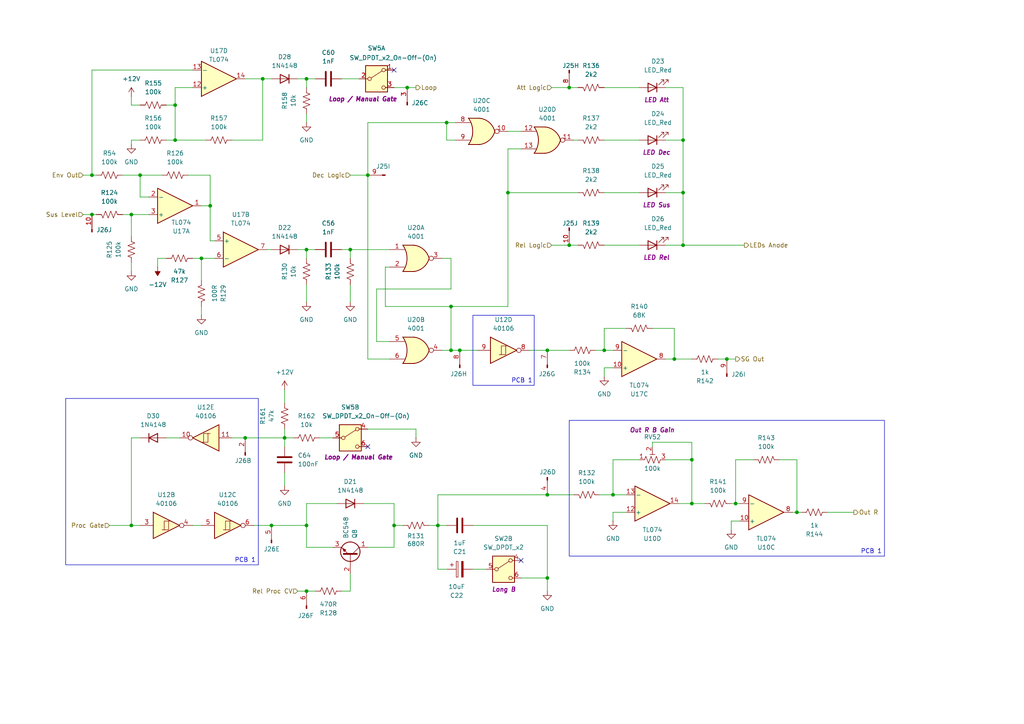
<source format=kicad_sch>
(kicad_sch (version 20250114) (generator "eeschema") (generator_version "9.0")
  (paper "A4")
  (title_block (comment 1 "PCB for 15cm Kosmo format synthesizer module"))
  (lib_symbols
    (symbol "4xxx:4001" (pin_names (offset 1.016))
      (property "Reference" "U" (at 0 1.27 0))
      (property "Value" "4001" (at 0 -1.27 0))
      (symbol "4001_1_1"
        (pin input line (at -7.62 2.54 0) (length 4.318) (name "~") (number "1"))
        (pin input line (at -7.62 -2.54 0) (length 4.318) (name "~") (number "2"))
        (pin output inverted (at 7.62 0 180) (length 3.81) (name "~") (number "3"))
      )
      (symbol "4001_1_2"
        (pin input inverted (at -7.62 2.54 0) (length 3.81) (name "~") (number "1"))
        (pin input inverted (at -7.62 -2.54 0) (length 3.81) (name "~") (number "2"))
        (pin output line (at 7.62 0 180) (length 3.81) (name "~") (number "3"))
      )
      (symbol "4001_2_1"
        (pin input line (at -7.62 2.54 0) (length 4.318) (name "~") (number "5"))
        (pin input line (at -7.62 -2.54 0) (length 4.318) (name "~") (number "6"))
        (pin output inverted (at 7.62 0 180) (length 3.81) (name "~") (number "4"))
      )
      (symbol "4001_2_2"
        (pin input inverted (at -7.62 2.54 0) (length 3.81) (name "~") (number "5"))
        (pin input inverted (at -7.62 -2.54 0) (length 3.81) (name "~") (number "6"))
        (pin output line (at 7.62 0 180) (length 3.81) (name "~") (number "4"))
      )
      (symbol "4001_3_1"
        (pin input line (at -7.62 2.54 0) (length 4.318) (name "~") (number "8"))
        (pin input line (at -7.62 -2.54 0) (length 4.318) (name "~") (number "9"))
        (pin output inverted (at 7.62 0 180) (length 3.81) (name "~") (number "10"))
      )
      (symbol "4001_3_2"
        (pin input inverted (at -7.62 2.54 0) (length 3.81) (name "~") (number "8"))
        (pin input inverted (at -7.62 -2.54 0) (length 3.81) (name "~") (number "9"))
        (pin output line (at 7.62 0 180) (length 3.81) (name "~") (number "10"))
      )
      (symbol "4001_4_1"
        (pin input line (at -7.62 2.54 0) (length 4.318) (name "~") (number "12"))
        (pin input line (at -7.62 -2.54 0) (length 4.318) (name "~") (number "13"))
        (pin output inverted (at 7.62 0 180) (length 3.81) (name "~") (number "11"))
      )
      (symbol "4001_4_2"
        (pin input inverted (at -7.62 2.54 0) (length 3.81) (name "~") (number "12"))
        (pin input inverted (at -7.62 -2.54 0) (length 3.81) (name "~") (number "13"))
        (pin output line (at 7.62 0 180) (length 3.81) (name "~") (number "11"))
      )
      (symbol "4001_5_0"
        (pin power_in line (at 0 12.7 270) (length 5.08) (name "VDD") (number "14"))
        (pin power_in line (at 0 -12.7 90) (length 5.08) (name "VSS") (number "7"))
      )
    )
    (symbol "4xxx:40106" (pin_names (offset 1.016))
      (property "Reference" "U" (at 0 1.27 0))
      (property "Value" "40106" (at 0 -1.27 0))
      (symbol "40106_1_0"
        (pin input line (at -7.62 0 0) (length 3.81) (name "~") (number "1"))
        (pin output inverted (at 7.62 0 180) (length 3.81) (name "~") (number "2"))
      )
      (symbol "40106_2_0"
        (pin input line (at -7.62 0 0) (length 3.81) (name "~") (number "3"))
        (pin output inverted (at 7.62 0 180) (length 3.81) (name "~") (number "4"))
      )
      (symbol "40106_3_0"
        (pin input line (at -7.62 0 0) (length 3.81) (name "~") (number "5"))
        (pin output inverted (at 7.62 0 180) (length 3.81) (name "~") (number "6"))
      )
      (symbol "40106_4_0"
        (pin input line (at -7.62 0 0) (length 3.81) (name "~") (number "9"))
        (pin output inverted (at 7.62 0 180) (length 3.81) (name "~") (number "8"))
      )
      (symbol "40106_5_0"
        (pin input line (at -7.62 0 0) (length 3.81) (name "~") (number "11"))
        (pin output inverted (at 7.62 0 180) (length 3.81) (name "~") (number "10"))
      )
      (symbol "40106_6_0"
        (pin input line (at -7.62 0 0) (length 3.81) (name "~") (number "13"))
        (pin output inverted (at 7.62 0 180) (length 3.81) (name "~") (number "12"))
      )
      (symbol "40106_7_0"
        (pin power_in line (at 0 12.7 270) (length 5.08) (name "VDD") (number "14"))
        (pin power_in line (at 0 -12.7 90) (length 5.08) (name "VSS") (number "7"))
      )
    )
    (symbol "Amplifier_Operational:TL074" (pin_names (offset 0.127))
      (property "Reference" "U" (at 0 5.08 0))
      (property "Value" "TL074" (at 0 -5.08 0))
      (symbol "TL074_1_1"
        (pin input line (at -7.62 2.54 0) (length 2.54) (name "+") (number "3"))
        (pin input line (at -7.62 -2.54 0) (length 2.54) (name "-") (number "2"))
        (pin output line (at 7.62 0 180) (length 2.54) (name "~") (number "1"))
      )
      (symbol "TL074_2_1"
        (pin input line (at -7.62 2.54 0) (length 2.54) (name "+") (number "5"))
        (pin input line (at -7.62 -2.54 0) (length 2.54) (name "-") (number "6"))
        (pin output line (at 7.62 0 180) (length 2.54) (name "~") (number "7"))
      )
      (symbol "TL074_3_1"
        (pin input line (at -7.62 2.54 0) (length 2.54) (name "+") (number "10"))
        (pin input line (at -7.62 -2.54 0) (length 2.54) (name "-") (number "9"))
        (pin output line (at 7.62 0 180) (length 2.54) (name "~") (number "8"))
      )
      (symbol "TL074_4_1"
        (pin input line (at -7.62 2.54 0) (length 2.54) (name "+") (number "12"))
        (pin input line (at -7.62 -2.54 0) (length 2.54) (name "-") (number "13"))
        (pin output line (at 7.62 0 180) (length 2.54) (name "~") (number "14"))
      )
      (symbol "TL074_5_1"
        (pin power_in line (at -2.54 7.62 270) (length 3.81) (name "V+") (number "4"))
        (pin power_in line (at -2.54 -7.62 90) (length 3.81) (name "V-") (number "11"))
      )
    )
    (symbol "Device:C" (pin_numbers (hide yes)) (pin_names (offset 0.254))
      (property "Reference" "C" (at 0.635 2.54 0))
      (property "Value" "C" (at 0.635 -2.54 0))
      (symbol "C_1_1"
        (pin passive line (at 0 3.81 270) (length 2.794) (name "~") (number "1"))
        (pin passive line (at 0 -3.81 90) (length 2.794) (name "~") (number "2"))
      )
    )
    (symbol "Device:C_Polarized" (pin_numbers (hide yes)) (pin_names (offset 0.254))
      (property "Reference" "C" (at 0.635 2.54 0))
      (property "Value" "C_Polarized" (at 0.635 -2.54 0))
      (symbol "C_Polarized_1_1"
        (pin passive line (at 0 3.81 270) (length 2.794) (name "~") (number "1"))
        (pin passive line (at 0 -3.81 90) (length 2.794) (name "~") (number "2"))
      )
    )
    (symbol "Device:LED" (pin_numbers (hide yes)) (pin_names (offset 1.016) (hide yes))
      (property "Reference" "D" (at 0 2.54 0))
      (property "Value" "LED" (at 0 -2.54 0))
      (symbol "LED_1_1"
        (pin passive line (at -3.81 0 0) (length 2.54) (name "K") (number "1"))
        (pin passive line (at 3.81 0 180) (length 2.54) (name "A") (number "2"))
      )
    )
    (symbol "Device:R_Potentiometer_Trim_US" (pin_names (offset 1.016) (hide yes))
      (property "Reference" "RV" (at -4.445 0 90))
      (property "Value" "R_Potentiometer_Trim_US" (at -2.54 0 90))
      (symbol "R_Potentiometer_Trim_US_1_1"
        (pin passive line (at 0 3.81 270) (length 1.27) (name "1") (number "1"))
        (pin passive line (at 0 -3.81 90) (length 1.27) (name "3") (number "3"))
        (pin passive line (at 3.81 0 180) (length 1.27) (name "2") (number "2"))
      )
    )
    (symbol "Device:R_US" (pin_numbers (hide yes)) (pin_names (offset 0))
      (property "Reference" "R" (at 2.54 0 90))
      (property "Value" "R_US" (at -2.54 0 90))
      (symbol "R_US_1_1"
        (pin passive line (at 0 3.81 270) (length 1.27) (name "~") (number "1"))
        (pin passive line (at 0 -3.81 90) (length 1.27) (name "~") (number "2"))
      )
    )
    (symbol "Diode:1N4148" (pin_numbers (hide yes)) (pin_names (hide yes))
      (property "Reference" "D" (at 0 2.54 0))
      (property "Value" "1N4148" (at 0 -2.54 0))
      (symbol "1N4148_1_1"
        (pin passive line (at -3.81 0 0) (length 2.54) (name "K") (number "1"))
        (pin passive line (at 3.81 0 180) (length 2.54) (name "A") (number "2"))
      )
    )
    (symbol "Switch:SW_DPDT_x2" (pin_names (offset 0) (hide yes))
      (property "Reference" "SW" (at 0 5.08 0))
      (property "Value" "SW_DPDT_x2" (at 0 -5.08 0))
      (symbol "SW_DPDT_x2_1_1"
        (pin passive line (at -5.08 0 0) (length 2.54) (name "B") (number "2"))
        (pin passive line (at 5.08 2.54 180) (length 2.54) (name "A") (number "1"))
        (pin passive line (at 5.08 -2.54 180) (length 2.54) (name "C") (number "3"))
      )
      (symbol "SW_DPDT_x2_2_1"
        (pin passive line (at -5.08 0 0) (length 2.54) (name "B") (number "5"))
        (pin passive line (at 5.08 2.54 180) (length 2.54) (name "A") (number "4"))
        (pin passive line (at 5.08 -2.54 180) (length 2.54) (name "C") (number "6"))
      )
    )
    (symbol "SynthStuff:Conn_01x10_PinHeader" (pin_names (offset 1.016) (hide yes))
      (property "Reference" "J" (at 0 2.54 0))
      (symbol "Conn_01x10_PinHeader_1_1"
        (pin passive line (at 5.08 0 180) (length 3.81) (name "Pin_1") (number "1"))
      )
      (symbol "Conn_01x10_PinHeader_2_1"
        (pin passive line (at 5.08 0 180) (length 3.81) (name "Pin_2") (number "2"))
      )
      (symbol "Conn_01x10_PinHeader_3_1"
        (pin passive line (at 5.08 0 180) (length 3.81) (name "Pin_3") (number "3"))
      )
      (symbol "Conn_01x10_PinHeader_4_1"
        (pin passive line (at 5.08 0 180) (length 3.81) (name "Pin_4") (number "4"))
      )
      (symbol "Conn_01x10_PinHeader_5_1"
        (pin passive line (at 5.08 0 180) (length 3.81) (name "Pin_5") (number "5"))
      )
      (symbol "Conn_01x10_PinHeader_6_1"
        (pin passive line (at 5.08 0 180) (length 3.81) (name "Pin_6") (number "6"))
      )
      (symbol "Conn_01x10_PinHeader_7_1"
        (pin passive line (at 5.08 0 180) (length 3.81) (name "Pin_7") (number "7"))
      )
      (symbol "Conn_01x10_PinHeader_8_1"
        (pin passive line (at 5.08 0 180) (length 3.81) (name "Pin_8") (number "8"))
      )
      (symbol "Conn_01x10_PinHeader_9_1"
        (pin passive line (at 5.08 0 180) (length 3.81) (name "Pin_9") (number "9"))
      )
      (symbol "Conn_01x10_PinHeader_10_1"
        (pin passive line (at 5.08 0 180) (length 3.81) (name "Pin_10") (number "10"))
      )
    )
    (symbol "Transistor_BJT:BC548" (pin_names (offset 0) (hide yes))
      (property "Reference" "Q" (at 5.08 1.905 0))
      (property "Value" "BC548" (at 5.08 0 0))
      (symbol "BC548_1_1"
        (pin input line (at -5.08 0 0) (length 2.54) (name "B") (number "2"))
        (pin passive line (at 2.54 5.08 270) (length 2.54) (name "C") (number "1"))
        (pin passive line (at 2.54 -5.08 90) (length 2.54) (name "E") (number "3"))
      )
    )
    (symbol "power:+12V" (power) (pin_numbers (hide yes)) (pin_names (offset 0) (hide yes))
      (property "Value" "+12V" (at 0 3.556 0))
      (symbol "+12V_1_1"
        (pin power_in line (at 0 0 90) (length 0) (name "~") (number "1"))
      )
    )
    (symbol "power:-12V" (power) (pin_numbers (hide yes)) (pin_names (offset 0) (hide yes))
      (property "Value" "-12V" (at 0 3.556 0))
      (symbol "-12V_0_0"
        (pin power_in line (at 0 0 90) (length 0) (name "~") (number "1"))
      )
    )
    (symbol "power:GND" (power) (pin_numbers (hide yes)) (pin_names (offset 0) (hide yes))
      (property "Value" "GND" (at 0 -3.81 0))
      (symbol "GND_1_1"
        (pin power_in line (at 0 0 270) (length 0) (name "~") (number "1"))
      )
    )
  )
  (rectangle (start 137.16 91.44) (end 154.94 111.76))
  (rectangle (start 165.1 121.92) (end 256.54 161.29))
  (rectangle (start 19.05 115.57) (end 74.93 163.83))
  (text "PCB 1" (at 252.73 160.02 0) (effects (font (size 1.27 1.27))))
  (text "PCB 1" (at 71.12 162.56 0) (effects (font (size 1.27 1.27))))
  (text "PCB 1" (at 151.384 110.49 0) (effects (font (size 1.27 1.27))))
  (junction (at 106.68 50.8))
  (junction (at 114.3 152.4))
  (junction (at 213.36 146.05))
  (junction (at 129.54 35.56))
  (junction (at 88.9 152.4))
  (junction (at 71.12 127))
  (junction (at 147.32 55.88))
  (junction (at 158.75 143.51))
  (junction (at 177.8 143.51))
  (junction (at 26.67 62.23))
  (junction (at 130.81 88.9))
  (junction (at 78.74 152.4))
  (junction (at 76.2 22.86))
  (junction (at 40.64 50.8))
  (junction (at 26.67 50.8))
  (junction (at 198.12 40.64))
  (junction (at 165.1 71.12))
  (junction (at 231.14 148.59))
  (junction (at 127 152.4))
  (junction (at 175.26 101.6))
  (junction (at 88.9 22.86))
  (junction (at 200.66 133.35))
  (junction (at 88.9 171.45))
  (junction (at 118.11 25.4))
  (junction (at 158.75 167.64))
  (junction (at 200.66 146.05))
  (junction (at 158.75 101.6))
  (junction (at 101.6 72.39))
  (junction (at 82.55 127))
  (junction (at 130.81 101.6))
  (junction (at 165.1 25.4))
  (junction (at 50.8 30.48))
  (junction (at 88.9 72.39))
  (junction (at 58.42 74.93))
  (junction (at 195.58 104.14))
  (junction (at 38.1 62.23))
  (junction (at 198.12 55.88))
  (junction (at 50.8 40.64))
  (junction (at 198.12 71.12))
  (junction (at 60.96 59.69))
  (junction (at 38.1 152.4))
  (junction (at 133.35 101.6))
  (junction (at 210.82 104.14))
  (no_connect (at 151.13 162.56))
  (no_connect (at 114.3 20.32))
  (no_connect (at 106.68 129.54))
  (wire (pts (xy 48.26 40.64) (xy 50.8 40.64)))
  (wire (pts (xy 175.26 55.88) (xy 185.42 55.88)))
  (wire (pts (xy 130.81 101.6) (xy 133.35 101.6)))
  (wire (pts (xy 88.9 171.45) (xy 91.44 171.45)))
  (wire (pts (xy 67.31 127) (xy 71.12 127)))
  (wire (pts (xy 59.69 40.64) (xy 50.8 40.64)))
  (wire (pts (xy 200.66 133.35) (xy 200.66 146.05)))
  (wire (pts (xy 198.12 25.4) (xy 198.12 40.64)))
  (wire (pts (xy 120.65 127) (xy 120.65 124.46)))
  (wire (pts (xy 48.26 127) (xy 52.07 127)))
  (wire (pts (xy 58.42 88.9) (xy 58.42 91.44)))
  (wire (pts (xy 231.14 133.35) (xy 231.14 148.59)))
  (wire (pts (xy 189.23 128.27) (xy 200.66 128.27)))
  (wire (pts (xy 88.9 33.02) (xy 88.9 35.56)))
  (wire (pts (xy 101.6 82.55) (xy 101.6 87.63)))
  (wire (pts (xy 105.41 146.05) (xy 114.3 146.05)))
  (wire (pts (xy 101.6 50.8) (xy 106.68 50.8)))
  (wire (pts (xy 193.04 55.88) (xy 198.12 55.88)))
  (wire (pts (xy 175.26 40.64) (xy 185.42 40.64)))
  (wire (pts (xy 99.06 22.86) (xy 104.14 22.86)))
  (wire (pts (xy 88.9 72.39) (xy 88.9 74.93)))
  (wire (pts (xy 82.55 113.03) (xy 82.55 116.84)))
  (wire (pts (xy 26.67 50.8) (xy 27.94 50.8)))
  (wire (pts (xy 147.32 55.88) (xy 147.32 43.18)))
  (wire (pts (xy 195.58 104.14) (xy 200.66 104.14)))
  (wire (pts (xy 166.37 40.64) (xy 167.64 40.64)))
  (wire (pts (xy 198.12 40.64) (xy 198.12 55.88)))
  (wire (pts (xy 120.65 124.46) (xy 106.68 124.46)))
  (wire (pts (xy 226.06 133.35) (xy 231.14 133.35)))
  (wire (pts (xy 177.8 133.35) (xy 177.8 143.51)))
  (wire (pts (xy 114.3 158.75) (xy 114.3 152.4)))
  (wire (pts (xy 229.87 148.59) (xy 231.14 148.59)))
  (wire (pts (xy 128.27 101.6) (xy 130.81 101.6)))
  (wire (pts (xy 40.64 30.48) (xy 38.1 30.48)))
  (wire (pts (xy 24.13 50.8) (xy 26.67 50.8)))
  (wire (pts (xy 111.76 77.47) (xy 111.76 88.9)))
  (wire (pts (xy 114.3 152.4) (xy 116.84 152.4)))
  (wire (pts (xy 101.6 171.45) (xy 101.6 166.37)))
  (wire (pts (xy 26.67 62.23) (xy 27.94 62.23)))
  (wire (pts (xy 88.9 158.75) (xy 96.52 158.75)))
  (wire (pts (xy 218.44 133.35) (xy 213.36 133.35)))
  (wire (pts (xy 82.55 127) (xy 82.55 129.54)))
  (wire (pts (xy 158.75 152.4) (xy 158.75 167.64)))
  (wire (pts (xy 208.28 104.14) (xy 210.82 104.14)))
  (wire (pts (xy 101.6 72.39) (xy 113.03 72.39)))
  (wire (pts (xy 129.54 35.56) (xy 129.54 40.64)))
  (wire (pts (xy 97.79 146.05) (xy 88.9 146.05)))
  (wire (pts (xy 38.1 152.4) (xy 40.64 152.4)))
  (wire (pts (xy 147.32 55.88) (xy 147.32 88.9)))
  (wire (pts (xy 60.96 59.69) (xy 58.42 59.69)))
  (wire (pts (xy 193.04 25.4) (xy 198.12 25.4)))
  (wire (pts (xy 130.81 83.82) (xy 109.22 83.82)))
  (wire (pts (xy 55.88 25.4) (xy 50.8 25.4)))
  (wire (pts (xy 137.16 165.1) (xy 140.97 165.1)))
  (wire (pts (xy 165.1 71.12) (xy 167.64 71.12)))
  (wire (pts (xy 71.12 22.86) (xy 76.2 22.86)))
  (wire (pts (xy 198.12 55.88) (xy 198.12 71.12)))
  (wire (pts (xy 106.68 50.8) (xy 106.68 104.14)))
  (wire (pts (xy 35.56 62.23) (xy 38.1 62.23)))
  (wire (pts (xy 175.26 71.12) (xy 185.42 71.12)))
  (wire (pts (xy 60.96 69.85) (xy 62.23 69.85)))
  (wire (pts (xy 92.71 127) (xy 96.52 127)))
  (wire (pts (xy 177.8 143.51) (xy 173.99 143.51)))
  (wire (pts (xy 58.42 74.93) (xy 58.42 81.28)))
  (wire (pts (xy 82.55 137.16) (xy 82.55 140.97)))
  (wire (pts (xy 86.36 72.39) (xy 88.9 72.39)))
  (wire (pts (xy 106.68 104.14) (xy 113.03 104.14)))
  (wire (pts (xy 86.36 171.45) (xy 88.9 171.45)))
  (wire (pts (xy 147.32 55.88) (xy 167.64 55.88)))
  (wire (pts (xy 160.02 71.12) (xy 165.1 71.12)))
  (wire (pts (xy 210.82 104.14) (xy 213.36 104.14)))
  (wire (pts (xy 185.42 133.35) (xy 177.8 133.35)))
  (wire (pts (xy 151.13 167.64) (xy 158.75 167.64)))
  (wire (pts (xy 77.47 72.39) (xy 78.74 72.39)))
  (wire (pts (xy 38.1 41.91) (xy 38.1 40.64)))
  (wire (pts (xy 78.74 152.4) (xy 88.9 152.4)))
  (wire (pts (xy 172.72 101.6) (xy 175.26 101.6)))
  (wire (pts (xy 200.66 146.05) (xy 204.47 146.05)))
  (wire (pts (xy 165.1 25.4) (xy 167.64 25.4)))
  (wire (pts (xy 130.81 88.9) (xy 130.81 101.6)))
  (wire (pts (xy 113.03 77.47) (xy 111.76 77.47)))
  (wire (pts (xy 50.8 25.4) (xy 50.8 30.48)))
  (wire (pts (xy 240.03 148.59) (xy 247.65 148.59)))
  (wire (pts (xy 212.09 146.05) (xy 213.36 146.05)))
  (wire (pts (xy 127 165.1) (xy 127 152.4)))
  (wire (pts (xy 88.9 146.05) (xy 88.9 152.4)))
  (wire (pts (xy 129.54 35.56) (xy 132.08 35.56)))
  (wire (pts (xy 189.23 95.25) (xy 195.58 95.25)))
  (wire (pts (xy 212.09 151.13) (xy 212.09 153.67)))
  (wire (pts (xy 38.1 62.23) (xy 38.1 68.58)))
  (wire (pts (xy 147.32 38.1) (xy 151.13 38.1)))
  (wire (pts (xy 76.2 40.64) (xy 76.2 22.86)))
  (wire (pts (xy 106.68 158.75) (xy 114.3 158.75)))
  (wire (pts (xy 31.75 152.4) (xy 38.1 152.4)))
  (wire (pts (xy 38.1 127) (xy 38.1 152.4)))
  (wire (pts (xy 177.8 148.59) (xy 177.8 151.13)))
  (wire (pts (xy 231.14 148.59) (xy 232.41 148.59)))
  (wire (pts (xy 128.27 74.93) (xy 130.81 74.93)))
  (wire (pts (xy 101.6 72.39) (xy 101.6 74.93)))
  (wire (pts (xy 109.22 99.06) (xy 113.03 99.06)))
  (wire (pts (xy 60.96 50.8) (xy 60.96 59.69)))
  (wire (pts (xy 181.61 143.51) (xy 177.8 143.51)))
  (wire (pts (xy 132.08 40.64) (xy 129.54 40.64)))
  (wire (pts (xy 38.1 30.48) (xy 38.1 27.94)))
  (wire (pts (xy 55.88 152.4) (xy 58.42 152.4)))
  (wire (pts (xy 73.66 152.4) (xy 78.74 152.4)))
  (wire (pts (xy 58.42 74.93) (xy 62.23 74.93)))
  (wire (pts (xy 40.64 50.8) (xy 46.99 50.8)))
  (wire (pts (xy 88.9 72.39) (xy 91.44 72.39)))
  (wire (pts (xy 48.26 74.93) (xy 45.72 74.93)))
  (wire (pts (xy 26.67 20.32) (xy 55.88 20.32)))
  (wire (pts (xy 71.12 127) (xy 82.55 127)))
  (wire (pts (xy 129.54 165.1) (xy 127 165.1)))
  (wire (pts (xy 177.8 106.68) (xy 175.26 106.68)))
  (wire (pts (xy 114.3 25.4) (xy 118.11 25.4)))
  (wire (pts (xy 38.1 76.2) (xy 38.1 78.74)))
  (wire (pts (xy 195.58 95.25) (xy 195.58 104.14)))
  (wire (pts (xy 106.68 35.56) (xy 106.68 50.8)))
  (wire (pts (xy 181.61 95.25) (xy 175.26 95.25)))
  (wire (pts (xy 40.64 127) (xy 38.1 127)))
  (wire (pts (xy 99.06 72.39) (xy 101.6 72.39)))
  (wire (pts (xy 129.54 35.56) (xy 106.68 35.56)))
  (wire (pts (xy 111.76 88.9) (xy 130.81 88.9)))
  (wire (pts (xy 130.81 88.9) (xy 147.32 88.9)))
  (wire (pts (xy 198.12 71.12) (xy 215.9 71.12)))
  (wire (pts (xy 26.67 20.32) (xy 26.67 50.8)))
  (wire (pts (xy 82.55 127) (xy 85.09 127)))
  (wire (pts (xy 88.9 82.55) (xy 88.9 87.63)))
  (wire (pts (xy 38.1 62.23) (xy 43.18 62.23)))
  (wire (pts (xy 158.75 143.51) (xy 166.37 143.51)))
  (wire (pts (xy 35.56 50.8) (xy 40.64 50.8)))
  (wire (pts (xy 160.02 25.4) (xy 165.1 25.4)))
  (wire (pts (xy 43.18 57.15) (xy 40.64 57.15)))
  (wire (pts (xy 99.06 171.45) (xy 101.6 171.45)))
  (wire (pts (xy 147.32 43.18) (xy 151.13 43.18)))
  (wire (pts (xy 48.26 30.48) (xy 50.8 30.48)))
  (wire (pts (xy 86.36 22.86) (xy 88.9 22.86)))
  (wire (pts (xy 109.22 83.82) (xy 109.22 99.06)))
  (wire (pts (xy 200.66 128.27) (xy 200.66 133.35)))
  (wire (pts (xy 193.04 40.64) (xy 198.12 40.64)))
  (wire (pts (xy 24.13 62.23) (xy 26.67 62.23)))
  (wire (pts (xy 127 143.51) (xy 127 152.4)))
  (wire (pts (xy 45.72 74.93) (xy 45.72 77.47)))
  (wire (pts (xy 54.61 50.8) (xy 60.96 50.8)))
  (wire (pts (xy 175.26 95.25) (xy 175.26 101.6)))
  (wire (pts (xy 40.64 57.15) (xy 40.64 50.8)))
  (wire (pts (xy 196.85 146.05) (xy 200.66 146.05)))
  (wire (pts (xy 76.2 22.86) (xy 78.74 22.86)))
  (wire (pts (xy 88.9 22.86) (xy 91.44 22.86)))
  (wire (pts (xy 38.1 40.64) (xy 40.64 40.64)))
  (wire (pts (xy 181.61 148.59) (xy 177.8 148.59)))
  (wire (pts (xy 158.75 167.64) (xy 158.75 171.45)))
  (wire (pts (xy 127 152.4) (xy 129.54 152.4)))
  (wire (pts (xy 88.9 152.4) (xy 88.9 158.75)))
  (wire (pts (xy 130.81 74.93) (xy 130.81 83.82)))
  (wire (pts (xy 55.88 74.93) (xy 58.42 74.93)))
  (wire (pts (xy 133.35 101.6) (xy 138.43 101.6)))
  (wire (pts (xy 214.63 151.13) (xy 212.09 151.13)))
  (wire (pts (xy 193.04 133.35) (xy 200.66 133.35)))
  (wire (pts (xy 88.9 22.86) (xy 88.9 25.4)))
  (wire (pts (xy 193.04 71.12) (xy 198.12 71.12)))
  (wire (pts (xy 213.36 133.35) (xy 213.36 146.05)))
  (wire (pts (xy 82.55 124.46) (xy 82.55 127)))
  (wire (pts (xy 175.26 101.6) (xy 177.8 101.6)))
  (wire (pts (xy 124.46 152.4) (xy 127 152.4)))
  (wire (pts (xy 114.3 146.05) (xy 114.3 152.4)))
  (wire (pts (xy 137.16 152.4) (xy 158.75 152.4)))
  (wire (pts (xy 175.26 106.68) (xy 175.26 109.22)))
  (wire (pts (xy 60.96 59.69) (xy 60.96 69.85)))
  (wire (pts (xy 175.26 25.4) (xy 185.42 25.4)))
  (wire (pts (xy 118.11 25.4) (xy 120.65 25.4)))
  (wire (pts (xy 213.36 146.05) (xy 214.63 146.05)))
  (wire (pts (xy 193.04 104.14) (xy 195.58 104.14)))
  (wire (pts (xy 50.8 30.48) (xy 50.8 40.64)))
  (wire (pts (xy 153.67 101.6) (xy 158.75 101.6)))
  (wire (pts (xy 67.31 40.64) (xy 76.2 40.64)))
  (wire (pts (xy 127 143.51) (xy 158.75 143.51)))
  (wire (pts (xy 189.23 129.54) (xy 189.23 128.27)))
  (wire (pts (xy 158.75 101.6) (xy 165.1 101.6)))
  (hierarchical_label "Dec Logic" (shape input) (at 101.6 50.8 180))
  (hierarchical_label "Att Logic" (shape input) (at 160.02 25.4 180))
  (hierarchical_label "SG Out" (shape output) (at 213.36 104.14 0))
  (hierarchical_label "Proc Gate" (shape input) (at 31.75 152.4 180))
  (hierarchical_label "Loop" (shape output) (at 120.65 25.4 0))
  (hierarchical_label "LEDs Anode" (shape output) (at 215.9 71.12 0))
  (hierarchical_label "Env Out" (shape input) (at 24.13 50.8 180))
  (hierarchical_label "Out R" (shape output) (at 247.65 148.59 0))
  (hierarchical_label "Rel Proc CV" (shape input) (at 86.36 171.45 180))
  (hierarchical_label "Rel Logic" (shape input) (at 160.02 71.12 180))
  (hierarchical_label "Sus Level" (shape input) (at 24.13 62.23 180))
  (symbol (lib_id "Device:C") (at 133.35 152.4 90) (mirror x) (unit 1) (on_board no)
    (property "Reference" "C21" (at 133.35 160.02 90))
    (property "Value" "1uF" (at 133.35 157.48 90))
    (property "Footprint" "Capacitor_THT:C_Disc_D4.3mm_W1.9mm_P5.00mm" (effects (hide yes)))
    (property "Description" "Unpolarized capacitor" (effects (hide yes)))
  )
  (symbol (lib_id "Device:R_US") (at 88.9 127 270) (unit 1) (on_board no)
    (property "Reference" "R162" (at 88.9 120.65 90))
    (property "Value" "10k" (at 88.9 123.19 90))
    (property "Footprint" "Resistor_THT:R_Axial_DIN0207_L6.3mm_D2.5mm_P7.62mm_Horizontal" (effects (hide yes)))
    (property "Description" "Resistor, US symbol" (effects (hide yes)))
  )
  (symbol (lib_id "power:GND") (at 158.75 171.45 0) (unit 1) (on_board no)
    (property "Reference" "#PWR066" (effects (hide yes)))
    (property "Value" "GND" (at 158.75 176.53 0))
    (property "Description" "Power symbol creates a global label with name \"GND\" , ground" (effects (hide yes)))
  )
  (symbol (lib_id "Device:LED") (at 189.23 71.12 180) (unit 1) (on_board no)
    (property "Reference" "D26" (at 190.8175 63.5 0))
    (property "Value" "LED_Red" (at 190.8175 66.04 0))
    (property "Footprint" "LED_THT:LED_D3.0mm" (effects (hide yes)))
    (property "Description" "Light emitting diode" (effects (hide yes)))
    (property "Sim.Pins" "1=K 2=A" (effects (hide yes)))
    (property "Function" "LED Rel" (at 190.5 74.676 0) (effects (font (thickness 0.254) (bold yes) (italic yes))))
  )
  (symbol (lib_id "SynthStuff:Conn_01x10_PinHeader") (at 78.74 157.48 90) (unit 5)
    (property "Reference" "J26" (at 76.454 159.258 90) (effects (justify right)))
    (property "Value" "Conn_01x10_PinHeader" (effects (hide yes)))
    (property "Description" "Generic connector, single row, 01x10" (effects (hide yes)))
  )
  (symbol (lib_id "power:GND") (at 177.8 151.13 0) (unit 1) (on_board no)
    (property "Reference" "#PWR067" (effects (hide yes)))
    (property "Value" "GND" (at 177.8 156.21 0))
    (property "Description" "Power symbol creates a global label with name \"GND\" , ground" (effects (hide yes)))
  )
  (symbol (lib_id "Amplifier_Operational:TL074") (at 185.42 104.14 0) (mirror x) (unit 3) (on_board no)
    (property "Reference" "U17" (at 185.42 114.3 0))
    (property "Value" "TL074" (at 185.42 111.76 0))
    (property "Footprint" "Package_DIP:DIP-14_W7.62mm_Socket" (effects (hide yes)))
    (property "Datasheet" "http://www.ti.com/lit/ds/symlink/tl071.pdf" (effects (hide yes)))
    (property "Description" "Quad Low-Noise JFET-Input Operational Amplifiers, DIP-14/SOIC-14" (effects (hide yes)))
  )
  (symbol (lib_id "Device:R_US") (at 222.25 133.35 90) (mirror x) (unit 1)
    (property "Reference" "R143" (at 222.25 127 90))
    (property "Value" "100k" (at 222.25 129.54 90))
    (property "Footprint" "Resistor_THT:R_Axial_DIN0207_L6.3mm_D2.5mm_P7.62mm_Horizontal" (effects (hide yes)))
    (property "Description" "Resistor, US symbol" (effects (hide yes)))
  )
  (symbol (lib_id "4xxx:40106") (at 146.05 101.6 0) (unit 4)
    (property "Reference" "U12" (at 146.05 92.71 0))
    (property "Value" "40106" (at 146.05 95.25 0))
    (property "Footprint" "Package_DIP:DIP-14_W7.62mm_Socket" (effects (hide yes)))
    (property "Datasheet" "https://assets.nexperia.com/documents/data-sheet/HEF40106B.pdf" (effects (hide yes)))
    (property "Description" "Hex Schmitt trigger inverter" (effects (hide yes)))
  )
  (symbol (lib_id "Transistor_BJT:BC548") (at 101.6 161.29 270) (mirror x) (unit 1) (on_board no)
    (property "Reference" "Q8" (at 102.8701 156.21 0) (effects (justify left)))
    (property "Value" "BC548" (at 100.3301 156.21 0) (effects (justify left)))
    (property "Footprint" "Package_TO_SOT_THT:TO-92L_Inline_Wide" (effects (hide yes)))
    (property "Datasheet" "https://www.onsemi.com/pub/Collateral/BC550-D.pdf" (effects (hide yes)))
    (property "Description" "0.1A Ic, 30V Vce, Small Signal NPN Transistor, TO-92" (effects (hide yes)))
  )
  (symbol (lib_id "Device:R_US") (at 38.1 72.39 0) (unit 1) (on_board no)
    (property "Reference" "R125" (at 31.75 72.39 90))
    (property "Value" "100k" (at 34.29 72.39 90))
    (property "Footprint" "Resistor_THT:R_Axial_DIN0207_L6.3mm_D2.5mm_P7.62mm_Horizontal" (effects (hide yes)))
    (property "Description" "Resistor, US symbol" (effects (hide yes)))
  )
  (symbol (lib_id "Device:R_US") (at 171.45 25.4 90) (mirror x) (unit 1) (on_board no)
    (property "Reference" "R136" (at 171.45 19.05 90))
    (property "Value" "2k2" (at 171.45 21.59 90))
    (property "Footprint" "Resistor_THT:R_Axial_DIN0207_L6.3mm_D2.5mm_P7.62mm_Horizontal" (effects (hide yes)))
    (property "Description" "Resistor, US symbol" (effects (hide yes)))
  )
  (symbol (lib_id "SynthStuff:Conn_01x10_PinHeader") (at 158.75 138.43 270) (unit 4)
    (property "Reference" "J26" (at 161.29 136.906 90) (effects (justify right)))
    (property "Value" "Conn_01x10_PinHeader" (effects (hide yes)))
    (property "Description" "Generic connector, single row, 01x10" (effects (hide yes)))
  )
  (symbol (lib_id "Diode:1N4148") (at 82.55 22.86 180) (unit 1) (on_board no)
    (property "Reference" "D28" (at 82.55 16.51 0))
    (property "Value" "1N4148" (at 82.55 19.05 0))
    (property "Footprint" "Diode_THT:D_DO-35_SOD27_P7.62mm_Horizontal" (effects (hide yes)))
    (property "Datasheet" "https://assets.nexperia.com/documents/data-sheet/1N4148_1N4448.pdf" (effects (hide yes)))
    (property "Description" "100V 0.15A standard switching diode, DO-35" (effects (hide yes)))
    (property "Sim.Device" "D" (effects (hide yes)))
    (property "Sim.Pins" "1=K 2=A" (effects (hide yes)))
  )
  (symbol (lib_id "SynthStuff:Conn_01x10_PinHeader") (at 111.76 50.8 180) (unit 9)
    (property "Reference" "J25" (at 111.125 48.26 0))
    (property "Value" "Conn_01x10_PinHeader" (effects (hide yes)))
    (property "Description" "Generic connector, single row, 01x10" (effects (hide yes)))
  )
  (symbol (lib_id "power:-12V") (at 45.72 77.47 180) (unit 1) (on_board no)
    (property "Reference" "#PWR063" (effects (hide yes)))
    (property "Value" "-12V" (at 45.72 82.55 0))
    (property "Description" "Power symbol creates a global label with name \"-12V\"" (effects (hide yes)))
  )
  (symbol (lib_id "4xxx:4001") (at 158.75 40.64 0) (unit 4) (on_board no)
    (property "Reference" "U20" (at 158.75 31.75 0))
    (property "Value" "4001" (at 158.75 34.29 0))
    (property "Footprint" "Package_DIP:DIP-14_W7.62mm_Socket" (effects (hide yes)))
    (property "Datasheet" "http://www.intersil.com/content/dam/Intersil/documents/cd40/cd4000bms-01bms-02bms-25bms.pdf" (effects (hide yes)))
    (property "Description" "Quad Nor 2 inputs" (effects (hide yes)))
  )
  (symbol (lib_id "power:GND") (at 82.55 140.97 0) (unit 1)
    (property "Reference" "#PWR0119" (effects (hide yes)))
    (property "Value" "GND" (at 82.55 146.05 0))
    (property "Description" "Power symbol creates a global label with name \"GND\" , ground" (effects (hide yes)))
  )
  (symbol (lib_id "power:GND") (at 175.26 109.22 0) (unit 1) (on_board no)
    (property "Reference" "#PWR069" (effects (hide yes)))
    (property "Value" "GND" (at 175.26 114.3 0))
    (property "Description" "Power symbol creates a global label with name \"GND\" , ground" (effects (hide yes)))
  )
  (symbol (lib_id "4xxx:40106") (at 66.04 152.4 0) (unit 3)
    (property "Reference" "U12" (at 66.04 143.51 0))
    (property "Value" "40106" (at 66.04 146.05 0))
    (property "Footprint" "Package_DIP:DIP-14_W7.62mm_Socket" (effects (hide yes)))
    (property "Datasheet" "https://assets.nexperia.com/documents/data-sheet/HEF40106B.pdf" (effects (hide yes)))
    (property "Description" "Hex Schmitt trigger inverter" (effects (hide yes)))
  )
  (symbol (lib_id "Device:C_Polarized") (at 133.35 165.1 90) (mirror x) (unit 1) (on_board no)
    (property "Reference" "C22" (at 132.461 172.72 90))
    (property "Value" "10uF" (at 132.461 170.18 90))
    (property "Footprint" "Capacitor_THT:CP_Radial_D5.0mm_P2.00mm" (effects (hide yes)))
    (property "Description" "Polarized capacitor" (effects (hide yes)))
  )
  (symbol (lib_id "Device:R_US") (at 88.9 78.74 0) (unit 1) (on_board no)
    (property "Reference" "R130" (at 82.55 78.74 90))
    (property "Value" "10k" (at 85.09 78.74 90))
    (property "Footprint" "Resistor_THT:R_Axial_DIN0207_L6.3mm_D2.5mm_P7.62mm_Horizontal" (effects (hide yes)))
    (property "Description" "Resistor, US symbol" (effects (hide yes)))
  )
  (symbol (lib_id "power:GND") (at 120.65 127 0) (unit 1)
    (property "Reference" "#PWR0121" (effects (hide yes)))
    (property "Value" "GND" (at 120.65 132.08 0))
    (property "Description" "Power symbol creates a global label with name \"GND\" , ground" (effects (hide yes)))
  )
  (symbol (lib_id "SynthStuff:Conn_01x10_PinHeader") (at 133.35 106.68 90) (unit 8)
    (property "Reference" "J26" (at 130.556 108.458 90) (effects (justify right)))
    (property "Value" "Conn_01x10_PinHeader" (effects (hide yes)))
    (property "Description" "Generic connector, single row, 01x10" (effects (hide yes)))
  )
  (symbol (lib_id "Device:R_US") (at 63.5 40.64 270) (unit 1) (on_board no)
    (property "Reference" "R157" (at 63.5 34.29 90))
    (property "Value" "100k" (at 63.5 36.83 90))
    (property "Footprint" "Resistor_THT:R_Axial_DIN0207_L6.3mm_D2.5mm_P7.62mm_Horizontal" (effects (hide yes)))
    (property "Description" "Resistor, US symbol" (effects (hide yes)))
  )
  (symbol (lib_id "SynthStuff:Conn_01x10_PinHeader") (at 210.82 109.22 90) (unit 9)
    (property "Reference" "J26" (at 212.09 108.5849 90) (effects (justify right)))
    (property "Value" "Conn_01x10_PinHeader" (effects (hide yes)))
    (property "Description" "Generic connector, single row, 01x10" (effects (hide yes)))
  )
  (symbol (lib_id "SynthStuff:Conn_01x10_PinHeader") (at 165.1 20.32 270) (unit 8)
    (property "Reference" "J25" (at 163.068 19.05 90) (effects (justify left)))
    (property "Value" "Conn_01x10_PinHeader" (effects (hide yes)))
    (property "Description" "Generic connector, single row, 01x10" (effects (hide yes)))
  )
  (symbol (lib_id "Amplifier_Operational:TL074") (at 189.23 146.05 0) (mirror x) (unit 4)
    (property "Reference" "U10" (at 189.23 156.21 0))
    (property "Value" "TL074" (at 189.23 153.67 0))
    (property "Footprint" "Package_DIP:DIP-14_W7.62mm_Socket" (effects (hide yes)))
    (property "Datasheet" "http://www.ti.com/lit/ds/symlink/tl071.pdf" (effects (hide yes)))
    (property "Description" "Quad Low-Noise JFET-Input Operational Amplifiers, DIP-14/SOIC-14" (effects (hide yes)))
  )
  (symbol (lib_id "power:+12V") (at 82.55 113.03 0) (unit 1)
    (property "Reference" "#PWR0118" (effects (hide yes)))
    (property "Value" "+12V" (at 82.55 107.95 0))
    (property "Description" "Power symbol creates a global label with name \"+12V\"" (effects (hide yes)))
  )
  (symbol (lib_id "Diode:1N4148") (at 101.6 146.05 180) (unit 1) (on_board no)
    (property "Reference" "D21" (at 101.6 139.7 0))
    (property "Value" "1N4148" (at 101.6 142.24 0))
    (property "Footprint" "Diode_THT:D_DO-35_SOD27_P7.62mm_Horizontal" (effects (hide yes)))
    (property "Datasheet" "https://assets.nexperia.com/documents/data-sheet/1N4148_1N4448.pdf" (effects (hide yes)))
    (property "Description" "100V 0.15A standard switching diode, DO-35" (effects (hide yes)))
    (property "Sim.Device" "D" (effects (hide yes)))
    (property "Sim.Pins" "1=K 2=A" (effects (hide yes)))
  )
  (symbol (lib_id "SynthStuff:Conn_01x10_PinHeader") (at 71.12 132.08 90) (unit 2)
    (property "Reference" "J26" (at 68.072 133.604 90) (effects (justify right)))
    (property "Value" "Conn_01x10_PinHeader" (effects (hide yes)))
    (property "Footprint" "Connector_PinHeader_2.54mm:PinHeader_1x10_P2.54mm_Vertical" (effects (hide yes)))
    (property "Description" "Generic connector, single row, 01x10" (effects (hide yes)))
  )
  (symbol (lib_id "Amplifier_Operational:TL074") (at 50.8 59.69 0) (mirror x) (unit 1) (on_board no)
    (property "Reference" "U17" (at 52.578 67.056 0))
    (property "Value" "TL074" (at 52.578 64.516 0))
    (property "Footprint" "Package_DIP:DIP-14_W7.62mm_Socket" (effects (hide yes)))
    (property "Datasheet" "http://www.ti.com/lit/ds/symlink/tl071.pdf" (effects (hide yes)))
    (property "Description" "Quad Low-Noise JFET-Input Operational Amplifiers, DIP-14/SOIC-14" (effects (hide yes)))
  )
  (symbol (lib_id "Device:LED") (at 189.23 25.4 180) (unit 1) (on_board no)
    (property "Reference" "D23" (at 190.8175 17.78 0))
    (property "Value" "LED_Red" (at 190.8175 20.32 0))
    (property "Footprint" "LED_THT:LED_D3.0mm" (effects (hide yes)))
    (property "Description" "Light emitting diode" (effects (hide yes)))
    (property "Sim.Pins" "1=K 2=A" (effects (hide yes)))
    (property "Function" "LED Att" (at 190.5 28.956 0) (effects (font (thickness 0.254) (bold yes) (italic yes))))
  )
  (symbol (lib_id "Diode:1N4148") (at 44.45 127 0) (unit 1)
    (property "Reference" "D30" (at 44.45 120.65 0))
    (property "Value" "1N4148" (at 44.45 123.19 0))
    (property "Footprint" "Diode_THT:D_DO-35_SOD27_P7.62mm_Horizontal" (effects (hide yes)))
    (property "Datasheet" "https://assets.nexperia.com/documents/data-sheet/1N4148_1N4448.pdf" (effects (hide yes)))
    (property "Description" "100V 0.15A standard switching diode, DO-35" (effects (hide yes)))
    (property "Sim.Device" "D" (effects (hide yes)))
    (property "Sim.Pins" "1=K 2=A" (effects (hide yes)))
  )
  (symbol (lib_id "Device:C") (at 95.25 22.86 90) (unit 1) (on_board no)
    (property "Reference" "C60" (at 95.25 15.24 90))
    (property "Value" "1nF" (at 95.25 17.78 90))
    (property "Footprint" "Capacitor_THT:C_Disc_D4.3mm_W1.9mm_P5.00mm" (effects (hide yes)))
    (property "Description" "Unpolarized capacitor" (effects (hide yes)))
  )
  (symbol (lib_id "Device:R_US") (at 171.45 55.88 90) (mirror x) (unit 1) (on_board no)
    (property "Reference" "R138" (at 171.45 49.53 90))
    (property "Value" "2k2" (at 171.45 52.07 90))
    (property "Footprint" "Resistor_THT:R_Axial_DIN0207_L6.3mm_D2.5mm_P7.62mm_Horizontal" (effects (hide yes)))
    (property "Description" "Resistor, US symbol" (effects (hide yes)))
  )
  (symbol (lib_id "power:GND") (at 101.6 87.63 0) (unit 1) (on_board no)
    (property "Reference" "#PWR068" (effects (hide yes)))
    (property "Value" "GND" (at 101.6 92.71 0))
    (property "Description" "Power symbol creates a global label with name \"GND\" , ground" (effects (hide yes)))
  )
  (symbol (lib_id "Device:LED") (at 189.23 40.64 180) (unit 1) (on_board no)
    (property "Reference" "D24" (at 190.8175 33.02 0))
    (property "Value" "LED_Red" (at 190.8175 35.56 0))
    (property "Footprint" "LED_THT:LED_D3.0mm" (effects (hide yes)))
    (property "Description" "Light emitting diode" (effects (hide yes)))
    (property "Sim.Pins" "1=K 2=A" (effects (hide yes)))
    (property "Function" "LED Dec" (at 190.5 44.196 0) (effects (font (thickness 0.254) (bold yes) (italic yes))))
  )
  (symbol (lib_id "Device:R_US") (at 88.9 29.21 0) (unit 1) (on_board no)
    (property "Reference" "R158" (at 82.55 29.21 90))
    (property "Value" "10k" (at 85.09 29.21 90))
    (property "Footprint" "Resistor_THT:R_Axial_DIN0207_L6.3mm_D2.5mm_P7.62mm_Horizontal" (effects (hide yes)))
    (property "Description" "Resistor, US symbol" (effects (hide yes)))
  )
  (symbol (lib_id "power:GND") (at 58.42 91.44 0) (unit 1) (on_board no)
    (property "Reference" "#PWR064" (effects (hide yes)))
    (property "Value" "GND" (at 58.42 96.52 0))
    (property "Description" "Power symbol creates a global label with name \"GND\" , ground" (effects (hide yes)))
  )
  (symbol (lib_id "Device:R_US") (at 44.45 30.48 270) (unit 1) (on_board no)
    (property "Reference" "R155" (at 44.45 24.13 90))
    (property "Value" "100k" (at 44.45 26.67 90))
    (property "Footprint" "Resistor_THT:R_Axial_DIN0207_L6.3mm_D2.5mm_P7.62mm_Horizontal" (effects (hide yes)))
    (property "Description" "Resistor, US symbol" (effects (hide yes)))
  )
  (symbol (lib_id "Device:R_US") (at 58.42 85.09 0) (mirror y) (unit 1) (on_board no)
    (property "Reference" "R129" (at 64.77 85.09 90))
    (property "Value" "100R" (at 62.23 85.09 90))
    (property "Footprint" "Resistor_THT:R_Axial_DIN0207_L6.3mm_D2.5mm_P7.62mm_Horizontal" (effects (hide yes)))
    (property "Description" "Resistor, US symbol" (effects (hide yes)))
  )
  (symbol (lib_id "Device:R_US") (at 208.28 146.05 90) (mirror x) (unit 1)
    (property "Reference" "R141" (at 208.28 139.7 90))
    (property "Value" "100k" (at 208.28 142.24 90))
    (property "Footprint" "Resistor_THT:R_Axial_DIN0207_L6.3mm_D2.5mm_P7.62mm_Horizontal" (effects (hide yes)))
    (property "Description" "Resistor, US symbol" (effects (hide yes)))
  )
  (symbol (lib_id "SynthStuff:Conn_01x10_PinHeader") (at 26.67 67.31 90) (unit 10)
    (property "Reference" "J26" (at 27.94 66.6749 90) (effects (justify right)))
    (property "Value" "Conn_01x10_PinHeader" (effects (hide yes)))
    (property "Description" "Generic connector, single row, 01x10" (effects (hide yes)))
  )
  (symbol (lib_id "Device:R_US") (at 50.8 50.8 270) (unit 1) (on_board no)
    (property "Reference" "R126" (at 50.8 44.45 90))
    (property "Value" "100k" (at 50.8 46.99 90))
    (property "Footprint" "Resistor_THT:R_Axial_DIN0207_L6.3mm_D2.5mm_P7.62mm_Horizontal" (effects (hide yes)))
    (property "Description" "Resistor, US symbol" (effects (hide yes)))
  )
  (symbol (lib_id "Device:R_US") (at 101.6 78.74 0) (unit 1) (on_board no)
    (property "Reference" "R133" (at 95.25 78.74 90))
    (property "Value" "100k" (at 97.79 78.74 90))
    (property "Footprint" "Resistor_THT:R_Axial_DIN0207_L6.3mm_D2.5mm_P7.62mm_Horizontal" (effects (hide yes)))
    (property "Description" "Resistor, US symbol" (effects (hide yes)))
  )
  (symbol (lib_id "Switch:SW_DPDT_x2") (at 101.6 127 0) (unit 2) (on_board no)
    (property "Reference" "SW5" (at 101.6 118.11 0))
    (property "Value" "SW_DPDT_x2_On-Off-(On)" (at 106.172 120.65 0))
    (property "Description" "Switch, dual pole double throw, separate symbols" (effects (hide yes)))
    (property "Function" "Loop / Manual Gate" (at 103.886 132.588 0) (effects (font (thickness 0.254) (bold yes) (italic yes))))
  )
  (symbol (lib_id "SynthStuff:Conn_01x10_PinHeader") (at 165.1 66.04 270) (unit 10)
    (property "Reference" "J25" (at 163.068 64.77 90) (effects (justify left)))
    (property "Value" "Conn_01x10_PinHeader" (effects (hide yes)))
    (property "Description" "Generic connector, single row, 01x10" (effects (hide yes)))
  )
  (symbol (lib_id "Device:R_US") (at 31.75 50.8 270) (unit 1) (on_board no)
    (property "Reference" "R54" (at 31.75 44.45 90))
    (property "Value" "100k" (at 31.75 46.99 90))
    (property "Footprint" "Resistor_THT:R_Axial_DIN0207_L6.3mm_D2.5mm_P7.62mm_Horizontal" (effects (hide yes)))
    (property "Description" "Resistor, US symbol" (effects (hide yes)))
  )
  (symbol (lib_id "SynthStuff:Conn_01x10_PinHeader") (at 158.75 106.68 90) (unit 7)
    (property "Reference" "J26" (at 156.21 108.458 90) (effects (justify right)))
    (property "Value" "Conn_01x10_PinHeader" (effects (hide yes)))
    (property "Description" "Generic connector, single row, 01x10" (effects (hide yes)))
  )
  (symbol (lib_id "SynthStuff:Conn_01x10_PinHeader") (at 118.11 30.48 90) (unit 3)
    (property "Reference" "J26" (at 119.38 29.8449 90) (effects (justify right)))
    (property "Value" "Conn_01x10_PinHeader" (effects (hide yes)))
    (property "Description" "Generic connector, single row, 01x10" (effects (hide yes)))
  )
  (symbol (lib_id "4xxx:40106") (at 48.26 152.4 0) (unit 2)
    (property "Reference" "U12" (at 48.26 143.51 0))
    (property "Value" "40106" (at 48.26 146.05 0))
    (property "Footprint" "Package_DIP:DIP-14_W7.62mm_Socket" (effects (hide yes)))
    (property "Datasheet" "https://assets.nexperia.com/documents/data-sheet/HEF40106B.pdf" (effects (hide yes)))
    (property "Description" "Hex Schmitt trigger inverter" (effects (hide yes)))
  )
  (symbol (lib_id "Device:C") (at 82.55 133.35 0) (unit 1) (on_board no)
    (property "Reference" "C64" (at 86.36 132.0799 0) (effects (justify left)))
    (property "Value" "100nF" (at 86.36 134.6199 0) (effects (justify left)))
    (property "Footprint" "Capacitor_THT:C_Disc_D4.3mm_W1.9mm_P5.00mm" (effects (hide yes)))
    (property "Description" "Unpolarized capacitor" (effects (hide yes)))
  )
  (symbol (lib_id "power:GND") (at 88.9 87.63 0) (unit 1) (on_board no)
    (property "Reference" "#PWR065" (effects (hide yes)))
    (property "Value" "GND" (at 88.9 92.71 0))
    (property "Description" "Power symbol creates a global label with name \"GND\" , ground" (effects (hide yes)))
  )
  (symbol (lib_id "power:GND") (at 38.1 41.91 0) (unit 1) (on_board no)
    (property "Reference" "#PWR080" (effects (hide yes)))
    (property "Value" "GND" (at 38.1 46.99 0))
    (property "Description" "Power symbol creates a global label with name \"GND\" , ground" (effects (hide yes)))
  )
  (symbol (lib_id "Device:R_US") (at 170.18 143.51 90) (mirror x) (unit 1)
    (property "Reference" "R132" (at 170.18 137.16 90))
    (property "Value" "100k" (at 170.18 139.7 90))
    (property "Footprint" "Resistor_THT:R_Axial_DIN0207_L6.3mm_D2.5mm_P7.62mm_Horizontal" (effects (hide yes)))
    (property "Description" "Resistor, US symbol" (effects (hide yes)))
  )
  (symbol (lib_id "4xxx:4001") (at 139.7 38.1 0) (unit 3) (on_board no)
    (property "Reference" "U20" (at 139.7 29.21 0))
    (property "Value" "4001" (at 139.7 31.75 0))
    (property "Footprint" "Package_DIP:DIP-14_W7.62mm_Socket" (effects (hide yes)))
    (property "Datasheet" "http://www.intersil.com/content/dam/Intersil/documents/cd40/cd4000bms-01bms-02bms-25bms.pdf" (effects (hide yes)))
    (property "Description" "Quad Nor 2 inputs" (effects (hide yes)))
  )
  (symbol (lib_id "power:GND") (at 38.1 78.74 0) (unit 1) (on_board no)
    (property "Reference" "#PWR032" (effects (hide yes)))
    (property "Value" "GND" (at 38.1 83.82 0))
    (property "Description" "Power symbol creates a global label with name \"GND\" , ground" (effects (hide yes)))
  )
  (symbol (lib_id "SynthStuff:Conn_01x10_PinHeader") (at 88.9 176.53 90) (unit 6)
    (property "Reference" "J26" (at 86.36 178.562 90) (effects (justify right)))
    (property "Value" "Conn_01x10_PinHeader" (effects (hide yes)))
    (property "Description" "Generic connector, single row, 01x10" (effects (hide yes)))
  )
  (symbol (lib_id "Device:R_US") (at 168.91 101.6 90) (unit 1) (on_board no)
    (property "Reference" "R134" (at 168.91 107.95 90))
    (property "Value" "100k" (at 168.91 105.41 90))
    (property "Footprint" "Resistor_THT:R_Axial_DIN0207_L6.3mm_D2.5mm_P7.62mm_Horizontal" (effects (hide yes)))
    (property "Description" "Resistor, US symbol" (effects (hide yes)))
  )
  (symbol (lib_id "4xxx:4001") (at 120.65 101.6 0) (unit 2) (on_board no)
    (property "Reference" "U20" (at 120.65 92.71 0))
    (property "Value" "4001" (at 120.65 95.25 0))
    (property "Footprint" "Package_DIP:DIP-14_W7.62mm_Socket" (effects (hide yes)))
    (property "Datasheet" "http://www.intersil.com/content/dam/Intersil/documents/cd40/cd4000bms-01bms-02bms-25bms.pdf" (effects (hide yes)))
    (property "Description" "Quad Nor 2 inputs" (effects (hide yes)))
  )
  (symbol (lib_id "Device:R_US") (at 120.65 152.4 270) (mirror x) (unit 1) (on_board no)
    (property "Reference" "R131" (at 123.19 155.448 90) (effects (justify right)))
    (property "Value" "680R" (at 123.1901 157.734 90) (effects (justify right)))
    (property "Footprint" "Resistor_THT:R_Axial_DIN0207_L6.3mm_D2.5mm_P7.62mm_Horizontal" (effects (hide yes)))
    (property "Description" "Resistor, US symbol" (effects (hide yes)))
  )
  (symbol (lib_id "Switch:SW_DPDT_x2") (at 146.05 165.1 0) (unit 2) (on_board no)
    (property "Reference" "SW2" (at 146.05 156.21 0))
    (property "Value" "SW_DPDT_x2" (at 146.05 158.75 0))
    (property "Footprint" "SynthStuff:Toggle_Switch_2_Poles_TE" (effects (hide yes)))
    (property "Description" "Switch, dual pole double throw, separate symbols" (effects (hide yes)))
    (property "Function" "Long B" (at 146.05 170.942 0) (effects (font (thickness 0.254) (bold yes) (italic yes))))
  )
  (symbol (lib_id "Device:R_US") (at 82.55 120.65 0) (unit 1) (on_board no)
    (property "Reference" "R161" (at 76.2 120.65 90))
    (property "Value" "47k" (at 78.74 120.65 90))
    (property "Footprint" "Resistor_THT:R_Axial_DIN0207_L6.3mm_D2.5mm_P7.62mm_Horizontal" (effects (hide yes)))
    (property "Description" "Resistor, US symbol" (effects (hide yes)))
  )
  (symbol (lib_id "Amplifier_Operational:TL074") (at 222.25 148.59 0) (mirror x) (unit 3)
    (property "Reference" "U10" (at 222.25 158.75 0))
    (property "Value" "TL074" (at 222.25 156.21 0))
    (property "Footprint" "Package_DIP:DIP-14_W7.62mm_Socket" (effects (hide yes)))
    (property "Datasheet" "http://www.ti.com/lit/ds/symlink/tl071.pdf" (effects (hide yes)))
    (property "Description" "Quad Low-Noise JFET-Input Operational Amplifiers, DIP-14/SOIC-14" (effects (hide yes)))
  )
  (symbol (lib_id "Device:R_Potentiometer_Trim_US") (at 189.23 133.35 90) (unit 1)
    (property "Reference" "RV52" (at 189.23 126.746 90))
    (property "Value" "100k" (at 189.23 135.89 90))
    (property "Footprint" "Potentiometer_THT:Potentiometer_Bourns_3296X_Horizontal" (effects (hide yes)))
    (property "Description" "Trim-potentiometer, US symbol" (effects (hide yes)))
    (property "Function" "Out R B Gain" (at 189.23 124.714 90) (effects (font (thickness 0.254) (bold yes) (italic yes))))
  )
  (symbol (lib_id "Device:R_US") (at 204.47 104.14 90) (unit 1) (on_board no)
    (property "Reference" "R142" (at 204.47 110.49 90))
    (property "Value" "1k" (at 204.47 107.95 90))
    (property "Footprint" "Resistor_THT:R_Axial_DIN0207_L6.3mm_D2.5mm_P7.62mm_Horizontal" (effects (hide yes)))
    (property "Description" "Resistor, US symbol" (effects (hide yes)))
  )
  (symbol (lib_id "Switch:SW_DPDT_x2") (at 109.22 22.86 0) (unit 1) (on_board no)
    (property "Reference" "SW5" (at 109.22 13.97 0))
    (property "Value" "SW_DPDT_x2_On-Off-(On)" (at 114.046 16.764 0))
    (property "Description" "Switch, dual pole double throw, separate symbols" (effects (hide yes)))
    (property "Function" "Loop / Manual Gate" (at 105.156 28.702 0) (effects (font (thickness 0.254) (bold yes) (italic yes))))
  )
  (symbol (lib_id "power:+12V") (at 38.1 27.94 0) (unit 1) (on_board no)
    (property "Reference" "#PWR079" (effects (hide yes)))
    (property "Value" "+12V" (at 38.1 22.86 0))
    (property "Description" "Power symbol creates a global label with name \"+12V\"" (effects (hide yes)))
  )
  (symbol (lib_id "Device:R_US") (at 95.25 171.45 90) (unit 1) (on_board no)
    (property "Reference" "R128" (at 95.25 177.8 90))
    (property "Value" "470R" (at 95.25 175.26 90))
    (property "Footprint" "Resistor_THT:R_Axial_DIN0207_L6.3mm_D2.5mm_P7.62mm_Horizontal" (effects (hide yes)))
    (property "Description" "Resistor, US symbol" (effects (hide yes)))
  )
  (symbol (lib_id "Amplifier_Operational:TL074") (at 69.85 72.39 0) (unit 2) (on_board no)
    (property "Reference" "U17" (at 69.85 62.23 0))
    (property "Value" "TL074" (at 69.85 64.77 0))
    (property "Footprint" "Package_DIP:DIP-14_W7.62mm_Socket" (effects (hide yes)))
    (property "Datasheet" "http://www.ti.com/lit/ds/symlink/tl071.pdf" (effects (hide yes)))
    (property "Description" "Quad Low-Noise JFET-Input Operational Amplifiers, DIP-14/SOIC-14" (effects (hide yes)))
  )
  (symbol (lib_id "4xxx:40106") (at 59.69 127 180) (unit 5)
    (property "Reference" "U12" (at 59.69 118.11 0))
    (property "Value" "40106" (at 59.69 120.65 0))
    (property "Footprint" "Package_DIP:DIP-14_W7.62mm_Socket" (effects (hide yes)))
    (property "Datasheet" "https://assets.nexperia.com/documents/data-sheet/HEF40106B.pdf" (effects (hide yes)))
    (property "Description" "Hex Schmitt trigger inverter" (effects (hide yes)))
  )
  (symbol (lib_id "power:GND") (at 88.9 35.56 0) (unit 1) (on_board no)
    (property "Reference" "#PWR081" (effects (hide yes)))
    (property "Value" "GND" (at 88.9 40.64 0))
    (property "Description" "Power symbol creates a global label with name \"GND\" , ground" (effects (hide yes)))
  )
  (symbol (lib_id "4xxx:4001") (at 120.65 74.93 0) (unit 1) (on_board no)
    (property "Reference" "U20" (at 120.65 66.04 0))
    (property "Value" "4001" (at 120.65 68.58 0))
    (property "Footprint" "Package_DIP:DIP-14_W7.62mm_Socket" (effects (hide yes)))
    (property "Datasheet" "http://www.intersil.com/content/dam/Intersil/documents/cd40/cd4000bms-01bms-02bms-25bms.pdf" (effects (hide yes)))
    (property "Description" "Quad Nor 2 inputs" (effects (hide yes)))
  )
  (symbol (lib_id "Device:R_US") (at 171.45 40.64 90) (mirror x) (unit 1) (on_board no)
    (property "Reference" "R137" (at 171.45 34.29 90))
    (property "Value" "2k2" (at 171.45 36.83 90))
    (property "Footprint" "Resistor_THT:R_Axial_DIN0207_L6.3mm_D2.5mm_P7.62mm_Horizontal" (effects (hide yes)))
    (property "Description" "Resistor, US symbol" (effects (hide yes)))
  )
  (symbol (lib_id "Device:R_US") (at 44.45 40.64 270) (unit 1) (on_board no)
    (property "Reference" "R156" (at 44.45 34.29 90))
    (property "Value" "100k" (at 44.45 36.83 90))
    (property "Footprint" "Resistor_THT:R_Axial_DIN0207_L6.3mm_D2.5mm_P7.62mm_Horizontal" (effects (hide yes)))
    (property "Description" "Resistor, US symbol" (effects (hide yes)))
  )
  (symbol (lib_id "Device:R_US") (at 171.45 71.12 90) (mirror x) (unit 1) (on_board no)
    (property "Reference" "R139" (at 171.45 64.77 90))
    (property "Value" "2k2" (at 171.45 67.31 90))
    (property "Footprint" "Resistor_THT:R_Axial_DIN0207_L6.3mm_D2.5mm_P7.62mm_Horizontal" (effects (hide yes)))
    (property "Description" "Resistor, US symbol" (effects (hide yes)))
  )
  (symbol (lib_id "Device:LED") (at 189.23 55.88 180) (unit 1) (on_board no)
    (property "Reference" "D25" (at 190.8175 48.26 0))
    (property "Value" "LED_Red" (at 190.8175 50.8 0))
    (property "Footprint" "LED_THT:LED_D3.0mm" (effects (hide yes)))
    (property "Description" "Light emitting diode" (effects (hide yes)))
    (property "Sim.Pins" "1=K 2=A" (effects (hide yes)))
    (property "Function" "LED Sus" (at 190.5 59.436 0) (effects (font (thickness 0.254) (bold yes) (italic yes))))
  )
  (symbol (lib_id "Device:R_US") (at 31.75 62.23 90) (mirror x) (unit 1) (on_board no)
    (property "Reference" "R124" (at 31.75 55.88 90))
    (property "Value" "100k" (at 31.75 58.42 90))
    (property "Footprint" "Resistor_THT:R_Axial_DIN0207_L6.3mm_D2.5mm_P7.62mm_Horizontal" (effects (hide yes)))
    (property "Description" "Resistor, US symbol" (effects (hide yes)))
  )
  (symbol (lib_id "Device:R_US") (at 236.22 148.59 90) (unit 1)
    (property "Reference" "R144" (at 236.22 154.94 90))
    (property "Value" "1k" (at 236.22 152.4 90))
    (property "Footprint" "Resistor_THT:R_Axial_DIN0207_L6.3mm_D2.5mm_P7.62mm_Horizontal" (effects (hide yes)))
    (property "Description" "Resistor, US symbol" (effects (hide yes)))
  )
  (symbol (lib_id "power:GND") (at 212.09 153.67 0) (unit 1) (on_board no)
    (property "Reference" "#PWR070" (effects (hide yes)))
    (property "Value" "GND" (at 212.09 158.75 0))
    (property "Description" "Power symbol creates a global label with name \"GND\" , ground" (effects (hide yes)))
  )
  (symbol (lib_id "Device:R_US") (at 52.07 74.93 90) (unit 1) (on_board no)
    (property "Reference" "R127" (at 52.07 81.28 90))
    (property "Value" "47k" (at 52.07 78.74 90))
    (property "Footprint" "Resistor_THT:R_Axial_DIN0207_L6.3mm_D2.5mm_P7.62mm_Horizontal" (effects (hide yes)))
    (property "Description" "Resistor, US symbol" (effects (hide yes)))
  )
  (symbol (lib_id "Diode:1N4148") (at 82.55 72.39 180) (unit 1) (on_board no)
    (property "Reference" "D22" (at 82.55 66.04 0))
    (property "Value" "1N4148" (at 82.55 68.58 0))
    (property "Footprint" "Diode_THT:D_DO-35_SOD27_P7.62mm_Horizontal" (effects (hide yes)))
    (property "Datasheet" "https://assets.nexperia.com/documents/data-sheet/1N4148_1N4448.pdf" (effects (hide yes)))
    (property "Description" "100V 0.15A standard switching diode, DO-35" (effects (hide yes)))
    (property "Sim.Device" "D" (effects (hide yes)))
    (property "Sim.Pins" "1=K 2=A" (effects (hide yes)))
  )
  (symbol (lib_id "Device:C") (at 95.25 72.39 90) (unit 1) (on_board no)
    (property "Reference" "C56" (at 95.25 64.77 90))
    (property "Value" "1nF" (at 95.25 67.31 90))
    (property "Footprint" "Capacitor_THT:C_Disc_D4.3mm_W1.9mm_P5.00mm" (effects (hide yes)))
    (property "Description" "Unpolarized capacitor" (effects (hide yes)))
  )
  (symbol (lib_id "Amplifier_Operational:TL074") (at 63.5 22.86 0) (mirror x) (unit 4) (on_board no)
    (property "Reference" "U17" (at 63.5 14.732 0))
    (property "Value" "TL074" (at 63.5 17.272 0))
    (property "Footprint" "Package_DIP:DIP-14_W7.62mm_Socket" (effects (hide yes)))
    (property "Datasheet" "http://www.ti.com/lit/ds/symlink/tl071.pdf" (effects (hide yes)))
    (property "Description" "Quad Low-Noise JFET-Input Operational Amplifiers, DIP-14/SOIC-14" (effects (hide yes)))
  )
  (symbol (lib_id "Device:R_US") (at 185.42 95.25 90) (mirror x) (unit 1) (on_board no)
    (property "Reference" "R140" (at 185.42 88.9 90))
    (property "Value" "68K" (at 185.42 91.44 90))
    (property "Footprint" "Resistor_THT:R_Axial_DIN0207_L6.3mm_D2.5mm_P7.62mm_Horizontal" (effects (hide yes)))
    (property "Description" "Resistor, US symbol" (effects (hide yes)))
  )
)
</source>
